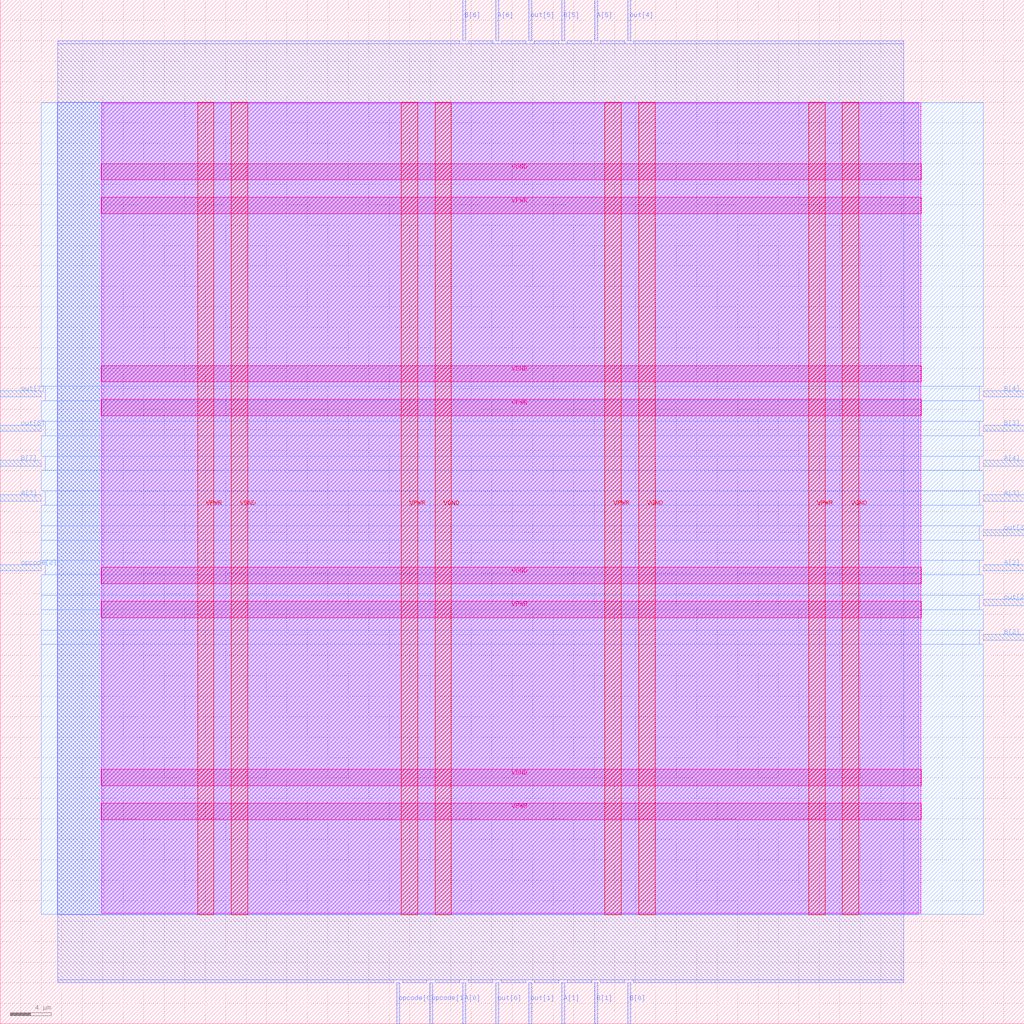
<source format=lef>
VERSION 5.7 ;
  NOWIREEXTENSIONATPIN ON ;
  DIVIDERCHAR "/" ;
  BUSBITCHARS "[]" ;
MACRO project2
  CLASS BLOCK ;
  FOREIGN project2 ;
  ORIGIN 0.000 0.000 ;
  SIZE 100.000 BY 100.000 ;
  PIN A[0]
    DIRECTION INPUT ;
    USE SIGNAL ;
    ANTENNAGATEAREA 0.126000 ;
    PORT
      LAYER met2 ;
        RECT 45.170 0.000 45.450 4.000 ;
    END
  END A[0]
  PIN A[1]
    DIRECTION INPUT ;
    USE SIGNAL ;
    ANTENNAGATEAREA 0.159000 ;
    PORT
      LAYER met2 ;
        RECT 54.830 0.000 55.110 4.000 ;
    END
  END A[1]
  PIN A[2]
    DIRECTION INPUT ;
    USE SIGNAL ;
    ANTENNAGATEAREA 0.213000 ;
    PORT
      LAYER met3 ;
        RECT 96.000 44.240 100.000 44.840 ;
    END
  END A[2]
  PIN A[3]
    DIRECTION INPUT ;
    USE SIGNAL ;
    ANTENNAGATEAREA 0.159000 ;
    PORT
      LAYER met3 ;
        RECT 96.000 51.040 100.000 51.640 ;
    END
  END A[3]
  PIN A[4]
    DIRECTION INPUT ;
    USE SIGNAL ;
    ANTENNAGATEAREA 0.213000 ;
    PORT
      LAYER met3 ;
        RECT 96.000 54.440 100.000 55.040 ;
    END
  END A[4]
  PIN A[5]
    DIRECTION INPUT ;
    USE SIGNAL ;
    ANTENNAGATEAREA 0.159000 ;
    PORT
      LAYER met2 ;
        RECT 58.050 96.000 58.330 100.000 ;
    END
  END A[5]
  PIN A[6]
    DIRECTION INPUT ;
    USE SIGNAL ;
    ANTENNAGATEAREA 0.213000 ;
    PORT
      LAYER met2 ;
        RECT 48.390 96.000 48.670 100.000 ;
    END
  END A[6]
  PIN A[7]
    DIRECTION INPUT ;
    USE SIGNAL ;
    ANTENNAGATEAREA 0.126000 ;
    PORT
      LAYER met3 ;
        RECT 0.000 51.040 4.000 51.640 ;
    END
  END A[7]
  PIN B[0]
    DIRECTION INPUT ;
    USE SIGNAL ;
    ANTENNAGATEAREA 0.126000 ;
    PORT
      LAYER met2 ;
        RECT 61.270 0.000 61.550 4.000 ;
    END
  END B[0]
  PIN B[1]
    DIRECTION INPUT ;
    USE SIGNAL ;
    ANTENNAGATEAREA 0.213000 ;
    PORT
      LAYER met2 ;
        RECT 58.050 0.000 58.330 4.000 ;
    END
  END B[1]
  PIN B[2]
    DIRECTION INPUT ;
    USE SIGNAL ;
    ANTENNAGATEAREA 0.126000 ;
    PORT
      LAYER met3 ;
        RECT 96.000 37.440 100.000 38.040 ;
    END
  END B[2]
  PIN B[3]
    DIRECTION INPUT ;
    USE SIGNAL ;
    ANTENNAGATEAREA 0.213000 ;
    PORT
      LAYER met3 ;
        RECT 96.000 57.840 100.000 58.440 ;
    END
  END B[3]
  PIN B[4]
    DIRECTION INPUT ;
    USE SIGNAL ;
    ANTENNAGATEAREA 0.126000 ;
    ANTENNADIFFAREA 0.434700 ;
    PORT
      LAYER met3 ;
        RECT 96.000 61.240 100.000 61.840 ;
    END
  END B[4]
  PIN B[5]
    DIRECTION INPUT ;
    USE SIGNAL ;
    ANTENNAGATEAREA 0.213000 ;
    PORT
      LAYER met2 ;
        RECT 54.830 96.000 55.110 100.000 ;
    END
  END B[5]
  PIN B[6]
    DIRECTION INPUT ;
    USE SIGNAL ;
    ANTENNAGATEAREA 0.213000 ;
    PORT
      LAYER met2 ;
        RECT 45.170 96.000 45.450 100.000 ;
    END
  END B[6]
  PIN B[7]
    DIRECTION INPUT ;
    USE SIGNAL ;
    ANTENNAGATEAREA 0.196500 ;
    PORT
      LAYER met3 ;
        RECT 0.000 54.440 4.000 55.040 ;
    END
  END B[7]
  PIN VGND
    DIRECTION INOUT ;
    USE GROUND ;
    PORT
      LAYER met4 ;
        RECT 22.565 10.640 24.165 90.000 ;
    END
    PORT
      LAYER met4 ;
        RECT 42.460 10.640 44.060 90.000 ;
    END
    PORT
      LAYER met4 ;
        RECT 62.355 10.640 63.955 90.000 ;
    END
    PORT
      LAYER met4 ;
        RECT 82.250 10.640 83.850 90.000 ;
    END
    PORT
      LAYER met5 ;
        RECT 9.880 23.240 89.940 24.840 ;
    END
    PORT
      LAYER met5 ;
        RECT 9.880 42.960 89.940 44.560 ;
    END
    PORT
      LAYER met5 ;
        RECT 9.880 62.680 89.940 64.280 ;
    END
    PORT
      LAYER met5 ;
        RECT 9.880 82.400 89.940 84.000 ;
    END
  END VGND
  PIN VPWR
    DIRECTION INOUT ;
    USE POWER ;
    PORT
      LAYER met4 ;
        RECT 19.265 10.640 20.865 90.000 ;
    END
    PORT
      LAYER met4 ;
        RECT 39.160 10.640 40.760 90.000 ;
    END
    PORT
      LAYER met4 ;
        RECT 59.055 10.640 60.655 90.000 ;
    END
    PORT
      LAYER met4 ;
        RECT 78.950 10.640 80.550 90.000 ;
    END
    PORT
      LAYER met5 ;
        RECT 9.880 19.940 89.940 21.540 ;
    END
    PORT
      LAYER met5 ;
        RECT 9.880 39.660 89.940 41.260 ;
    END
    PORT
      LAYER met5 ;
        RECT 9.880 59.380 89.940 60.980 ;
    END
    PORT
      LAYER met5 ;
        RECT 9.880 79.100 89.940 80.700 ;
    END
  END VPWR
  PIN opcode[0]
    DIRECTION INPUT ;
    USE SIGNAL ;
    ANTENNAGATEAREA 0.126000 ;
    PORT
      LAYER met2 ;
        RECT 38.730 0.000 39.010 4.000 ;
    END
  END opcode[0]
  PIN opcode[1]
    DIRECTION INPUT ;
    USE SIGNAL ;
    ANTENNAGATEAREA 0.196500 ;
    PORT
      LAYER met2 ;
        RECT 41.950 0.000 42.230 4.000 ;
    END
  END opcode[1]
  PIN opcode[2]
    DIRECTION INPUT ;
    USE SIGNAL ;
    ANTENNAGATEAREA 0.213000 ;
    PORT
      LAYER met3 ;
        RECT 0.000 44.240 4.000 44.840 ;
    END
  END opcode[2]
  PIN out[0]
    DIRECTION OUTPUT ;
    USE SIGNAL ;
    ANTENNADIFFAREA 0.445500 ;
    PORT
      LAYER met2 ;
        RECT 48.390 0.000 48.670 4.000 ;
    END
  END out[0]
  PIN out[1]
    DIRECTION OUTPUT ;
    USE SIGNAL ;
    ANTENNADIFFAREA 0.445500 ;
    PORT
      LAYER met2 ;
        RECT 51.610 0.000 51.890 4.000 ;
    END
  END out[1]
  PIN out[2]
    DIRECTION OUTPUT ;
    USE SIGNAL ;
    ANTENNADIFFAREA 0.445500 ;
    PORT
      LAYER met3 ;
        RECT 96.000 40.840 100.000 41.440 ;
    END
  END out[2]
  PIN out[3]
    DIRECTION OUTPUT ;
    USE SIGNAL ;
    ANTENNADIFFAREA 0.445500 ;
    PORT
      LAYER met3 ;
        RECT 96.000 47.640 100.000 48.240 ;
    END
  END out[3]
  PIN out[4]
    DIRECTION OUTPUT ;
    USE SIGNAL ;
    ANTENNADIFFAREA 0.445500 ;
    PORT
      LAYER met2 ;
        RECT 61.270 96.000 61.550 100.000 ;
    END
  END out[4]
  PIN out[5]
    DIRECTION OUTPUT ;
    USE SIGNAL ;
    ANTENNADIFFAREA 0.445500 ;
    PORT
      LAYER met2 ;
        RECT 51.610 96.000 51.890 100.000 ;
    END
  END out[5]
  PIN out[6]
    DIRECTION OUTPUT ;
    USE SIGNAL ;
    ANTENNADIFFAREA 0.445500 ;
    PORT
      LAYER met3 ;
        RECT 0.000 57.840 4.000 58.440 ;
    END
  END out[6]
  PIN out[7]
    DIRECTION OUTPUT ;
    USE SIGNAL ;
    ANTENNADIFFAREA 0.445500 ;
    PORT
      LAYER met3 ;
        RECT 0.000 61.240 4.000 61.840 ;
    END
  END out[7]
  OBS
      LAYER nwell ;
        RECT 9.930 10.795 89.890 89.950 ;
      LAYER li1 ;
        RECT 10.120 10.795 89.700 89.845 ;
      LAYER met1 ;
        RECT 5.590 10.640 89.700 90.000 ;
      LAYER met2 ;
        RECT 5.610 95.720 44.890 96.000 ;
        RECT 45.730 95.720 48.110 96.000 ;
        RECT 48.950 95.720 51.330 96.000 ;
        RECT 52.170 95.720 54.550 96.000 ;
        RECT 55.390 95.720 57.770 96.000 ;
        RECT 58.610 95.720 60.990 96.000 ;
        RECT 61.830 95.720 88.230 96.000 ;
        RECT 5.610 4.280 88.230 95.720 ;
        RECT 5.610 4.000 38.450 4.280 ;
        RECT 39.290 4.000 41.670 4.280 ;
        RECT 42.510 4.000 44.890 4.280 ;
        RECT 45.730 4.000 48.110 4.280 ;
        RECT 48.950 4.000 51.330 4.280 ;
        RECT 52.170 4.000 54.550 4.280 ;
        RECT 55.390 4.000 57.770 4.280 ;
        RECT 58.610 4.000 60.990 4.280 ;
        RECT 61.830 4.000 88.230 4.280 ;
      LAYER met3 ;
        RECT 4.000 62.240 96.000 89.925 ;
        RECT 4.400 60.840 95.600 62.240 ;
        RECT 4.000 58.840 96.000 60.840 ;
        RECT 4.400 57.440 95.600 58.840 ;
        RECT 4.000 55.440 96.000 57.440 ;
        RECT 4.400 54.040 95.600 55.440 ;
        RECT 4.000 52.040 96.000 54.040 ;
        RECT 4.400 50.640 95.600 52.040 ;
        RECT 4.000 48.640 96.000 50.640 ;
        RECT 4.000 47.240 95.600 48.640 ;
        RECT 4.000 45.240 96.000 47.240 ;
        RECT 4.400 43.840 95.600 45.240 ;
        RECT 4.000 41.840 96.000 43.840 ;
        RECT 4.000 40.440 95.600 41.840 ;
        RECT 4.000 38.440 96.000 40.440 ;
        RECT 4.000 37.040 95.600 38.440 ;
        RECT 4.000 10.715 96.000 37.040 ;
  END
END project2
END LIBRARY


</source>
